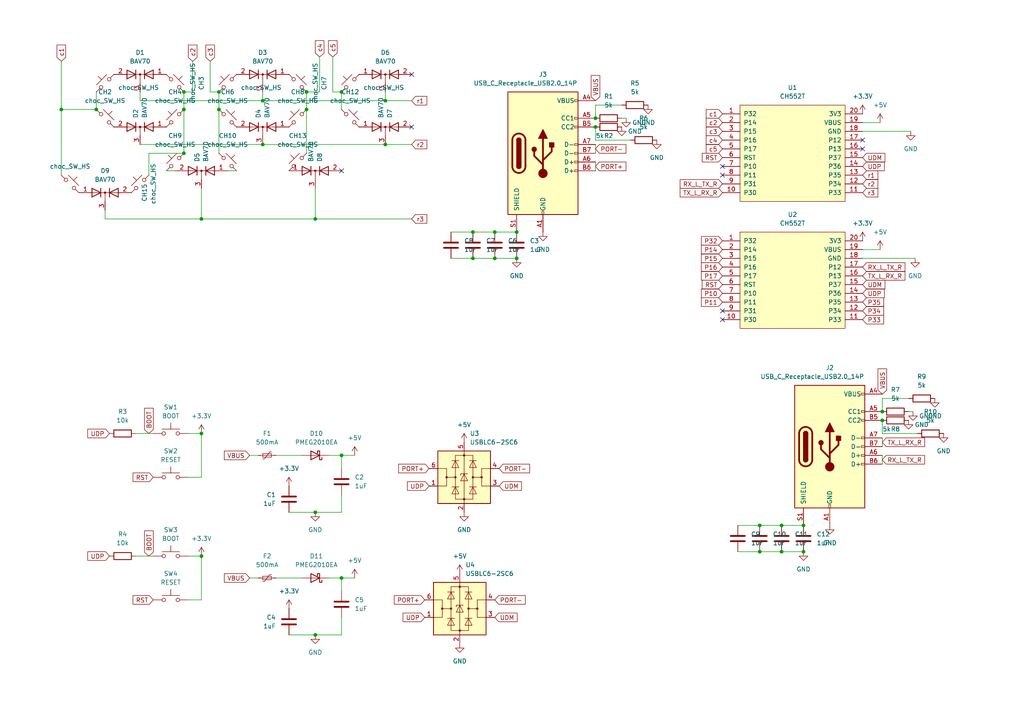
<source format=kicad_sch>
(kicad_sch (version 20230121) (generator eeschema)
  (paper "A4")
  (lib_symbols
    (symbol "Connector:USB_C_Receptacle_USB2.0_14P" (pin_names (offset 1.016))
      (property "Reference" "J" (at 0 22.225 0))
      (property "Value" "USB_C_Receptacle_USB2.0_14P" (at 0 19.685 0))
      (symbol "USB_C_Receptacle_USB2.0_14P_0_0"
        (rectangle (start -0.254 -17.78) (end 0.254 -16.764))
        (rectangle (start 10.16 -4.826) (end 9.144 -5.334))
        (rectangle (start 10.16 -2.286) (end 9.144 -2.794))
        (rectangle (start 10.16 0.254) (end 9.144 -0.254))
        (rectangle (start 10.16 2.794) (end 9.144 2.286))
        (rectangle (start 10.16 7.874) (end 9.144 7.366))
        (rectangle (start 10.16 10.414) (end 9.144 9.906))
        (rectangle (start 10.16 15.494) (end 9.144 14.986))
      )
      (symbol "USB_C_Receptacle_USB2.0_14P_0_1"
        (rectangle (start -10.16 17.78) (end 10.16 -17.78) (stroke (width 0.254)) (fill (type background)))
        (arc (start -8.89 -3.81) (mid -6.985 -5.7067) (end -5.08 -3.81) (stroke (width 0.508)))
        (arc (start -7.62 -3.81) (mid -6.985 -4.4423) (end -6.35 -3.81) (stroke (width 0.254)))
        (arc (start -7.62 -3.81) (mid -6.985 -4.4423) (end -6.35 -3.81) (stroke (width 0.254)) (fill (type outline)))
        (rectangle (start -7.62 -3.81) (end -6.35 3.81) (stroke (width 0.254)) (fill (type outline)))
        (arc (start -6.35 3.81) (mid -6.985 4.4423) (end -7.62 3.81) (stroke (width 0.254)))
        (arc (start -6.35 3.81) (mid -6.985 4.4423) (end -7.62 3.81) (stroke (width 0.254)) (fill (type outline)))
        (arc (start -5.08 3.81) (mid -6.985 5.7067) (end -8.89 3.81) (stroke (width 0.508)))
        (circle (center -2.54 1.143) (radius 0.635) (stroke (width 0.254)) (fill (type outline)))
        (circle (center 0 -5.842) (radius 1.27) (fill (type outline)))
        (polyline (pts (xy -8.89 -3.81) (xy -8.89 3.81)) (stroke (width 0.508)))
        (polyline (pts (xy -5.08 3.81) (xy -5.08 -3.81)) (stroke (width 0.508)))
        (polyline (pts (xy 0 -5.842) (xy 0 4.318)) (stroke (width 0.508)))
        (polyline (pts (xy 0 -3.302) (xy -2.54 -0.762) (xy -2.54 0.508)) (stroke (width 0.508)))
        (polyline (pts (xy 0 -2.032) (xy 2.54 0.508) (xy 2.54 1.778)) (stroke (width 0.508)))
        (polyline (pts (xy -1.27 4.318) (xy 0 6.858) (xy 1.27 4.318) (xy -1.27 4.318)) (stroke (width 0.254)) (fill (type outline)))
        (rectangle (start 1.905 1.778) (end 3.175 3.048) (stroke (width 0.254)) (fill (type outline)))
      )
      (symbol "USB_C_Receptacle_USB2.0_14P_1_1"
        (pin passive line (at 0 -22.86 90) (length 5.08) (name "GND") (number "A1"))
        (pin passive line (at 0 -22.86 90) (length 5.08) hide (name "GND") (number "A12"))
        (pin passive line (at 15.24 15.24 180) (length 5.08) (name "VBUS") (number "A4"))
        (pin bidirectional line (at 15.24 10.16 180) (length 5.08) (name "CC1") (number "A5"))
        (pin bidirectional line (at 15.24 -2.54 180) (length 5.08) (name "D+") (number "A6"))
        (pin bidirectional line (at 15.24 2.54 180) (length 5.08) (name "D-") (number "A7"))
        (pin passive line (at 15.24 15.24 180) (length 5.08) hide (name "VBUS") (number "A9"))
        (pin passive line (at 0 -22.86 90) (length 5.08) hide (name "GND") (number "B1"))
        (pin passive line (at 0 -22.86 90) (length 5.08) hide (name "GND") (number "B12"))
        (pin passive line (at 15.24 15.24 180) (length 5.08) hide (name "VBUS") (number "B4"))
        (pin bidirectional line (at 15.24 7.62 180) (length 5.08) (name "CC2") (number "B5"))
        (pin bidirectional line (at 15.24 -5.08 180) (length 5.08) (name "D+") (number "B6"))
        (pin bidirectional line (at 15.24 0 180) (length 5.08) (name "D-") (number "B7"))
        (pin passive line (at 15.24 15.24 180) (length 5.08) hide (name "VBUS") (number "B9"))
        (pin passive line (at -7.62 -22.86 90) (length 5.08) (name "SHIELD") (number "S1"))
      )
    )
    (symbol "Device:C" (pin_numbers hide) (pin_names (offset 0.254))
      (property "Reference" "C" (at 0.635 2.54 0))
      (property "Value" "C" (at 0.635 -2.54 0))
      (symbol "C_0_1"
        (polyline (pts (xy -2.032 -0.762) (xy 2.032 -0.762)) (stroke (width 0.508)))
        (polyline (pts (xy -2.032 0.762) (xy 2.032 0.762)) (stroke (width 0.508)))
      )
      (symbol "C_1_1"
        (pin passive line (at 0 3.81 270) (length 2.794) (name "~") (number "1"))
        (pin passive line (at 0 -3.81 90) (length 2.794) (name "~") (number "2"))
      )
    )
    (symbol "Device:D_Schottky" (pin_numbers hide) (pin_names (offset 1.016) hide)
      (property "Reference" "D" (at 0 2.54 0))
      (property "Value" "D_Schottky" (at 0 -2.54 0))
      (symbol "D_Schottky_0_1"
        (polyline (pts (xy 1.27 0) (xy -1.27 0)))
        (polyline (pts (xy 1.27 1.27) (xy 1.27 -1.27) (xy -1.27 0) (xy 1.27 1.27)) (stroke (width 0.254)))
        (polyline (pts (xy -1.905 0.635) (xy -1.905 1.27) (xy -1.27 1.27) (xy -1.27 -1.27) (xy -0.635 -1.27) (xy -0.635 -0.635)) (stroke (width 0.254)))
      )
      (symbol "D_Schottky_1_1"
        (pin passive line (at -3.81 0 0) (length 2.54) (name "K") (number "1"))
        (pin passive line (at 3.81 0 180) (length 2.54) (name "A") (number "2"))
      )
    )
    (symbol "Device:Polyfuse_Small" (pin_numbers hide) (pin_names (offset 0))
      (property "Reference" "F" (at -1.905 0 90))
      (property "Value" "Polyfuse_Small" (at 1.905 0 90))
      (symbol "Polyfuse_Small_0_1"
        (rectangle (start -0.508 1.27) (end 0.508 -1.27))
        (polyline (pts (xy 0 2.54) (xy 0 -2.54)))
        (polyline (pts (xy -1.016 1.27) (xy -1.016 0.762) (xy 1.016 -0.762) (xy 1.016 -1.27)))
      )
      (symbol "Polyfuse_Small_1_1"
        (pin passive line (at 0 2.54 270) (length 0.635) (name "~") (number "1"))
        (pin passive line (at 0 -2.54 90) (length 0.635) (name "~") (number "2"))
      )
    )
    (symbol "Device:R" (pin_numbers hide) (pin_names (offset 0))
      (property "Reference" "R" (at 2.032 0 90))
      (property "Value" "R" (at 0 0 90))
      (symbol "R_0_1"
        (rectangle (start -1.016 -2.54) (end 1.016 2.54) (stroke (width 0.254)))
      )
      (symbol "R_1_1"
        (pin passive line (at 0 3.81 270) (length 1.27) (name "~") (number "1"))
        (pin passive line (at 0 -3.81 90) (length 1.27) (name "~") (number "2"))
      )
    )
    (symbol "Diode:BAV70" (pin_names hide)
      (property "Reference" "D" (at 0.635 -2.54 0))
      (property "Value" "BAV70" (at 0 2.54 0))
      (symbol "BAV70_0_1"
        (polyline (pts (xy -3.81 0) (xy 3.81 0)))
        (polyline (pts (xy 0 0) (xy 0 -2.54)))
        (polyline (pts (xy -1.27 -1.27) (xy -1.27 1.27) (xy -1.27 1.27)) (stroke (width 0.254)))
        (polyline (pts (xy 1.27 -1.27) (xy 1.27 1.27) (xy 1.27 1.27)) (stroke (width 0.254)))
        (polyline (pts (xy -3.81 1.27) (xy -1.27 0) (xy -3.81 -1.27) (xy -3.81 1.27) (xy -3.81 1.27) (xy -3.81 1.27)) (stroke (width 0.254)))
        (polyline (pts (xy 3.81 -1.27) (xy 1.27 0) (xy 3.81 1.27) (xy 3.81 -1.27) (xy 3.81 -1.27) (xy 3.81 -1.27)) (stroke (width 0.254)))
        (circle (center 0 0) (radius 0.254) (fill (type outline)))
        (pin passive line (at -7.62 0 0) (length 3.81) (name "A") (number "1"))
        (pin passive line (at 7.62 0 180) (length 3.81) (name "A") (number "2"))
        (pin passive line (at 0 -5.08 90) (length 2.54) (name "K") (number "3"))
      )
    )
    (symbol "PCM_marbastlib-choc:choc_SW_HS" (pin_numbers hide) (pin_names (offset 1.016) hide)
      (property "Reference" "CH" (at 3.048 1.016 0))
      (property "Value" "choc_SW_HS" (at 0 -3.81 0))
      (symbol "choc_SW_HS_0_1"
        (circle (center -1.1684 1.1684) (radius 0.508))
        (polyline (pts (xy -0.508 2.54) (xy 2.54 -0.508)))
        (polyline (pts (xy 1.016 1.016) (xy 2.032 2.032)))
        (polyline (pts (xy -2.54 2.54) (xy -1.524 1.524) (xy -1.524 1.524)))
        (polyline (pts (xy 1.524 -1.524) (xy 2.54 -2.54) (xy 2.54 -2.54) (xy 2.54 -2.54)))
        (circle (center 1.143 -1.1938) (radius 0.508))
        (pin passive line (at -2.54 2.54 0) (length 0) (name "1") (number "1"))
        (pin passive line (at 2.54 -2.54 180) (length 0) (name "2") (number "2"))
      )
    )
    (symbol "Power_Protection:USBLC6-2SC6" (pin_names hide)
      (property "Reference" "U" (at 2.54 8.89 0))
      (property "Value" "USBLC6-2SC6" (at 2.54 -8.89 0))
      (symbol "USBLC6-2SC6_0_1"
        (rectangle (start -7.62 -7.62) (end 7.62 7.62) (stroke (width 0.254)) (fill (type background)))
        (circle (center -5.08 0) (radius 0.254) (fill (type outline)))
        (circle (center -2.54 0) (radius 0.254) (fill (type outline)))
        (rectangle (start -2.54 6.35) (end 2.54 -6.35))
        (circle (center 0 -6.35) (radius 0.254) (fill (type outline)))
        (polyline (pts (xy -5.08 -2.54) (xy -7.62 -2.54)))
        (polyline (pts (xy -5.08 0) (xy -5.08 -2.54)))
        (polyline (pts (xy -5.08 2.54) (xy -7.62 2.54)))
        (polyline (pts (xy -1.524 -2.794) (xy -3.556 -2.794)))
        (polyline (pts (xy -1.524 4.826) (xy -3.556 4.826)))
        (polyline (pts (xy 0 -7.62) (xy 0 -6.35)))
        (polyline (pts (xy 0 -6.35) (xy 0 1.27)))
        (polyline (pts (xy 0 1.27) (xy 0 6.35)))
        (polyline (pts (xy 0 6.35) (xy 0 7.62)))
        (polyline (pts (xy 1.524 -2.794) (xy 3.556 -2.794)))
        (polyline (pts (xy 1.524 4.826) (xy 3.556 4.826)))
        (polyline (pts (xy 5.08 -2.54) (xy 7.62 -2.54)))
        (polyline (pts (xy 5.08 0) (xy 5.08 -2.54)))
        (polyline (pts (xy 5.08 2.54) (xy 7.62 2.54)))
        (polyline (pts (xy -2.54 0) (xy -5.08 0) (xy -5.08 2.54)))
        (polyline (pts (xy 2.54 0) (xy 5.08 0) (xy 5.08 2.54)))
        (polyline (pts (xy -3.556 -4.826) (xy -1.524 -4.826) (xy -2.54 -2.794) (xy -3.556 -4.826)))
        (polyline (pts (xy -3.556 2.794) (xy -1.524 2.794) (xy -2.54 4.826) (xy -3.556 2.794)))
        (polyline (pts (xy -1.016 -1.016) (xy 1.016 -1.016) (xy 0 1.016) (xy -1.016 -1.016)))
        (polyline (pts (xy 1.016 1.016) (xy 0.762 1.016) (xy -1.016 1.016) (xy -1.016 0.508)))
        (polyline (pts (xy 3.556 -4.826) (xy 1.524 -4.826) (xy 2.54 -2.794) (xy 3.556 -4.826)))
        (polyline (pts (xy 3.556 2.794) (xy 1.524 2.794) (xy 2.54 4.826) (xy 3.556 2.794)))
        (circle (center 0 6.35) (radius 0.254) (fill (type outline)))
        (circle (center 2.54 0) (radius 0.254) (fill (type outline)))
        (circle (center 5.08 0) (radius 0.254) (fill (type outline)))
      )
      (symbol "USBLC6-2SC6_1_1"
        (pin passive line (at -10.16 -2.54 0) (length 2.54) (name "I/O1") (number "1"))
        (pin passive line (at 0 -10.16 90) (length 2.54) (name "GND") (number "2"))
        (pin passive line (at 10.16 -2.54 180) (length 2.54) (name "I/O2") (number "3"))
        (pin passive line (at 10.16 2.54 180) (length 2.54) (name "I/O2") (number "4"))
        (pin passive line (at 0 10.16 270) (length 2.54) (name "VBUS") (number "5"))
        (pin passive line (at -10.16 2.54 0) (length 2.54) (name "I/O1") (number "6"))
      )
    )
    (symbol "ProjectLocal:CH552T" (pin_names (offset 1.016))
      (property "Reference" "U" (at -12.7 27.94 0))
      (property "Value" "CH552T" (at 0 12.7 90))
      (symbol "CH552T_0_1"
        (rectangle (start -15.24 25.4) (end 15.24 -2.54) (fill (type background)))
      )
      (symbol "CH552T_1_1"
        (pin bidirectional line (at -20.32 22.86 0) (length 5.08) (name "P32") (number "1"))
        (pin bidirectional line (at -20.32 0 0) (length 5.08) (name "P30") (number "10"))
        (pin bidirectional line (at 20.32 0 180) (length 5.08) (name "P33") (number "11"))
        (pin bidirectional line (at 20.32 2.54 180) (length 5.08) (name "P34") (number "12"))
        (pin bidirectional line (at 20.32 5.08 180) (length 5.08) (name "P35") (number "13"))
        (pin bidirectional line (at 20.32 7.62 180) (length 5.08) (name "P36") (number "14"))
        (pin bidirectional line (at 20.32 10.16 180) (length 5.08) (name "P37") (number "15"))
        (pin bidirectional line (at 20.32 12.7 180) (length 5.08) (name "P13") (number "16"))
        (pin bidirectional line (at 20.32 15.24 180) (length 5.08) (name "P12") (number "17"))
        (pin power_out line (at 20.32 17.78 180) (length 5.08) (name "GND") (number "18"))
        (pin power_out line (at 20.32 20.32 180) (length 5.08) (name "VBUS") (number "19"))
        (pin bidirectional line (at -20.32 20.32 0) (length 5.08) (name "P14") (number "2"))
        (pin power_out line (at 20.32 22.86 180) (length 5.08) (name "3V3") (number "20"))
        (pin bidirectional line (at -20.32 17.78 0) (length 5.08) (name "P15") (number "3"))
        (pin bidirectional line (at -20.32 15.24 0) (length 5.08) (name "P16") (number "4"))
        (pin bidirectional line (at -20.32 12.7 0) (length 5.08) (name "P17") (number "5"))
        (pin bidirectional line (at -20.32 10.16 0) (length 5.08) (name "RST") (number "6"))
        (pin bidirectional line (at -20.32 7.62 0) (length 5.08) (name "P10") (number "7"))
        (pin bidirectional line (at -20.32 5.08 0) (length 5.08) (name "P11") (number "8"))
        (pin bidirectional line (at -20.32 2.54 0) (length 5.08) (name "P31") (number "9"))
      )
    )
    (symbol "Switch:SW_Push" (pin_numbers hide) (pin_names (offset 1.016) hide)
      (property "Reference" "SW" (at 1.27 2.54 0))
      (property "Value" "SW_Push" (at 0 -1.524 0))
      (symbol "SW_Push_0_1"
        (circle (center -2.032 0) (radius 0.508))
        (polyline (pts (xy 0 1.27) (xy 0 3.048)))
        (polyline (pts (xy 2.54 1.27) (xy -2.54 1.27)))
        (circle (center 2.032 0) (radius 0.508))
        (pin passive line (at -5.08 0 0) (length 2.54) (name "1") (number "1"))
        (pin passive line (at 5.08 0 180) (length 2.54) (name "2") (number "2"))
      )
    )
    (symbol "power:+3.3V" (power) (pin_names (offset 0))
      (property "Value" "+3.3V" (at 0 3.556 0))
      (symbol "+3.3V_0_1"
        (polyline (pts (xy -0.762 1.27) (xy 0 2.54)))
        (polyline (pts (xy 0 0) (xy 0 2.54)))
        (polyline (pts (xy 0 2.54) (xy 0.762 1.27)))
      )
      (symbol "+3.3V_1_1"
        (pin power_in line (at 0 0 90) (length 0) hide (name "+3.3V") (number "1"))
      )
    )
    (symbol "power:+5V" (power) (pin_names (offset 0))
      (property "Value" "+5V" (at 0 3.556 0))
      (symbol "+5V_0_1"
        (polyline (pts (xy -0.762 1.27) (xy 0 2.54)))
        (polyline (pts (xy 0 0) (xy 0 2.54)))
        (polyline (pts (xy 0 2.54) (xy 0.762 1.27)))
      )
      (symbol "+5V_1_1"
        (pin power_in line (at 0 0 90) (length 0) hide (name "+5V") (number "1"))
      )
    )
    (symbol "power:GND" (power) (pin_names (offset 0))
      (property "Value" "GND" (at 0 -3.81 0))
      (symbol "GND_0_1"
        (polyline (pts (xy 0 0) (xy 0 -1.27) (xy 1.27 -1.27) (xy 0 -2.54) (xy -1.27 -1.27) (xy 0 -1.27)))
      )
      (symbol "GND_1_1"
        (pin power_in line (at 0 0 270) (length 0) hide (name "GND") (number "1"))
      )
    )
  )
  (junction (at 137.16 74.93))
  (junction (at 53.34 44.45))
  (junction (at 233.045 152.4))
  (junction (at 99.06 26.67))
  (junction (at 143.51 67.31))
  (junction (at 111.76 41.91))
  (junction (at 111.76 29.21))
  (junction (at 99.06 167.64))
  (junction (at 58.42 125.73))
  (junction (at 27.94 31.75))
  (junction (at 88.9 26.67))
  (junction (at 17.78 31.75))
  (junction (at 76.2 41.91))
  (junction (at 53.34 26.67))
  (junction (at 255.905 119.38))
  (junction (at 53.34 31.75))
  (junction (at 233.045 160.02))
  (junction (at 137.16 67.31))
  (junction (at 63.5 31.75))
  (junction (at 143.51 74.93))
  (junction (at 226.695 152.4))
  (junction (at 88.9 31.75))
  (junction (at 220.345 152.4))
  (junction (at 220.345 160.02))
  (junction (at 149.86 67.31))
  (junction (at 149.86 74.93))
  (junction (at 91.44 148.59))
  (junction (at 91.44 184.15))
  (junction (at 172.72 34.29))
  (junction (at 172.72 36.83))
  (junction (at 226.695 160.02))
  (junction (at 76.2 29.21))
  (junction (at 255.905 121.92))
  (junction (at 58.42 161.29))
  (junction (at 63.5 26.67))
  (junction (at 91.44 63.5))
  (junction (at 58.42 63.5))
  (junction (at 99.06 132.08))
  (no_connect (at 119.38 21.59))
  (no_connect (at 250.19 43.18))
  (no_connect (at 99.06 49.53))
  (no_connect (at 209.55 48.26))
  (no_connect (at 250.19 40.64))
  (no_connect (at 119.38 36.83))
  (no_connect (at 209.55 90.17))
  (no_connect (at 209.55 50.8))
  (no_connect (at 209.55 92.71))
  (wire (pts (xy 76.2 29.21) (xy 111.76 29.21)))
  (wire (pts (xy 53.34 26.67) (xy 53.34 31.75)))
  (wire (pts (xy 88.9 31.75) (xy 88.9 44.45)))
  (wire (pts (xy 55.88 17.78) (xy 55.88 26.67)))
  (wire (pts (xy 76.2 41.91) (xy 111.76 41.91)))
  (wire (pts (xy 48.26 49.53) (xy 50.8 49.53)))
  (wire (pts (xy 95.25 167.64) (xy 99.06 167.64)))
  (wire (pts (xy 30.48 63.5) (xy 58.42 63.5)))
  (wire (pts (xy 172.72 30.48) (xy 180.34 30.48)))
  (wire (pts (xy 40.64 26.67) (xy 40.64 29.21)))
  (wire (pts (xy 172.72 40.64) (xy 182.88 40.64)))
  (wire (pts (xy 213.995 160.02) (xy 220.345 160.02)))
  (wire (pts (xy 255.905 125.73) (xy 266.065 125.73)))
  (wire (pts (xy 99.06 148.59) (xy 99.06 143.51)))
  (wire (pts (xy 66.04 49.53) (xy 68.58 49.53)))
  (wire (pts (xy 72.39 132.08) (xy 74.93 132.08)))
  (wire (pts (xy 137.16 67.31) (xy 143.51 67.31)))
  (wire (pts (xy 39.37 161.29) (xy 44.45 161.29)))
  (wire (pts (xy 58.42 63.5) (xy 58.42 54.61)))
  (wire (pts (xy 80.01 132.08) (xy 87.63 132.08)))
  (wire (pts (xy 53.34 44.45) (xy 43.18 44.45)))
  (wire (pts (xy 17.78 17.78) (xy 17.78 31.75)))
  (wire (pts (xy 137.16 74.93) (xy 143.51 74.93)))
  (wire (pts (xy 255.905 127) (xy 255.905 129.54)))
  (wire (pts (xy 60.96 17.78) (xy 60.96 26.67)))
  (wire (pts (xy 54.61 173.99) (xy 58.42 173.99)))
  (wire (pts (xy 54.61 138.43) (xy 58.42 138.43)))
  (wire (pts (xy 255.905 115.57) (xy 263.525 115.57)))
  (wire (pts (xy 92.71 16.51) (xy 92.71 26.67)))
  (wire (pts (xy 92.71 26.67) (xy 88.9 26.67)))
  (wire (pts (xy 91.44 63.5) (xy 119.38 63.5)))
  (wire (pts (xy 250.19 72.39) (xy 255.27 72.39)))
  (wire (pts (xy 255.905 121.92) (xy 255.905 125.73)))
  (wire (pts (xy 220.345 160.02) (xy 226.695 160.02)))
  (wire (pts (xy 91.44 148.59) (xy 99.06 148.59)))
  (wire (pts (xy 99.06 26.67) (xy 99.06 31.75)))
  (wire (pts (xy 220.345 152.4) (xy 226.695 152.4)))
  (wire (pts (xy 172.72 41.91) (xy 172.72 44.45)))
  (wire (pts (xy 172.72 46.99) (xy 172.72 49.53)))
  (wire (pts (xy 172.72 30.48) (xy 172.72 34.29)))
  (wire (pts (xy 55.88 26.67) (xy 53.34 26.67)))
  (wire (pts (xy 96.52 16.51) (xy 96.52 26.67)))
  (wire (pts (xy 263.525 119.38) (xy 264.795 119.38)))
  (wire (pts (xy 40.64 29.21) (xy 76.2 29.21)))
  (wire (pts (xy 99.06 132.08) (xy 102.87 132.08)))
  (wire (pts (xy 27.94 26.67) (xy 27.94 31.75)))
  (wire (pts (xy 39.37 125.73) (xy 44.45 125.73)))
  (wire (pts (xy 17.78 31.75) (xy 17.78 50.8)))
  (wire (pts (xy 83.82 148.59) (xy 91.44 148.59)))
  (wire (pts (xy 250.19 74.93) (xy 265.43 74.93)))
  (wire (pts (xy 88.9 26.67) (xy 88.9 31.75)))
  (wire (pts (xy 255.905 132.08) (xy 255.905 134.62)))
  (wire (pts (xy 80.01 167.64) (xy 87.63 167.64)))
  (wire (pts (xy 99.06 167.64) (xy 99.06 171.45)))
  (wire (pts (xy 111.76 29.21) (xy 111.76 26.67)))
  (wire (pts (xy 76.2 26.67) (xy 76.2 29.21)))
  (wire (pts (xy 83.82 184.15) (xy 91.44 184.15)))
  (wire (pts (xy 54.61 125.73) (xy 58.42 125.73)))
  (wire (pts (xy 58.42 63.5) (xy 91.44 63.5)))
  (wire (pts (xy 226.695 160.02) (xy 233.045 160.02)))
  (wire (pts (xy 143.51 74.93) (xy 149.86 74.93)))
  (wire (pts (xy 180.34 34.29) (xy 181.61 34.29)))
  (wire (pts (xy 226.695 152.4) (xy 233.045 152.4)))
  (wire (pts (xy 111.76 41.91) (xy 119.38 41.91)))
  (wire (pts (xy 91.44 54.61) (xy 91.44 63.5)))
  (wire (pts (xy 30.48 60.96) (xy 30.48 63.5)))
  (wire (pts (xy 250.19 35.56) (xy 255.27 35.56)))
  (wire (pts (xy 58.42 161.29) (xy 58.42 173.99)))
  (wire (pts (xy 91.44 184.15) (xy 99.06 184.15)))
  (wire (pts (xy 63.5 31.75) (xy 63.5 44.45)))
  (wire (pts (xy 143.51 67.31) (xy 149.86 67.31)))
  (wire (pts (xy 40.64 41.91) (xy 76.2 41.91)))
  (wire (pts (xy 60.96 26.67) (xy 63.5 26.67)))
  (wire (pts (xy 72.39 167.64) (xy 74.93 167.64)))
  (wire (pts (xy 250.19 38.1) (xy 264.16 38.1)))
  (wire (pts (xy 213.995 152.4) (xy 220.345 152.4)))
  (wire (pts (xy 130.81 74.93) (xy 137.16 74.93)))
  (wire (pts (xy 54.61 161.29) (xy 58.42 161.29)))
  (wire (pts (xy 99.06 132.08) (xy 99.06 135.89)))
  (wire (pts (xy 53.34 31.75) (xy 53.34 44.45)))
  (wire (pts (xy 99.06 167.64) (xy 102.87 167.64)))
  (wire (pts (xy 95.25 132.08) (xy 99.06 132.08)))
  (wire (pts (xy 43.18 44.45) (xy 43.18 50.8)))
  (wire (pts (xy 111.76 29.21) (xy 119.38 29.21)))
  (wire (pts (xy 255.905 115.57) (xy 255.905 119.38)))
  (wire (pts (xy 58.42 125.73) (xy 58.42 138.43)))
  (wire (pts (xy 63.5 26.67) (xy 63.5 31.75)))
  (wire (pts (xy 172.72 36.83) (xy 172.72 40.64)))
  (wire (pts (xy 17.78 31.75) (xy 27.94 31.75)))
  (wire (pts (xy 96.52 26.67) (xy 99.06 26.67)))
  (wire (pts (xy 99.06 184.15) (xy 99.06 179.07)))
  (wire (pts (xy 130.81 67.31) (xy 137.16 67.31)))
  (global_label "BOOT" (shape input) (at 43.18 161.29 90) (property "Intersheetrefs" "${INTERSHEET_REFS}" (effects hide)))
  (global_label "TX_L_RX_R" (shape input) (at 250.19 80.01 0) (property "Intersheetrefs" "${INTERSHEET_REFS}" (effects hide)))
  (global_label "PORT+" (shape input) (at 123.19 173.99 180) (property "Intersheetrefs" "${INTERSHEET_REFS}" (effects hide)))
  (global_label "VBUS" (shape input) (at 255.905 114.3 90) (property "Intersheetrefs" "${INTERSHEET_REFS}" (effects hide)))
  (global_label "VBUS" (shape input) (at 72.39 167.64 180) (property "Intersheetrefs" "${INTERSHEET_REFS}" (effects hide)))
  (global_label "UDP" (shape input) (at 250.19 85.09 0) (property "Intersheetrefs" "${INTERSHEET_REFS}" (effects hide)))
  (global_label "r1" (shape input) (at 119.38 29.21 0) (property "Intersheetrefs" "${INTERSHEET_REFS}" (effects hide)))
  (global_label "RX_L_TX_R" (shape input) (at 250.19 77.47 0) (property "Intersheetrefs" "${INTERSHEET_REFS}" (effects hide)))
  (global_label "PORT+" (shape input) (at 172.72 48.26 0) (property "Intersheetrefs" "${INTERSHEET_REFS}" (effects hide)))
  (global_label "P32" (shape input) (at 209.55 69.85 180) (property "Intersheetrefs" "${INTERSHEET_REFS}" (effects hide)))
  (global_label "VBUS" (shape input) (at 72.39 132.08 180) (property "Intersheetrefs" "${INTERSHEET_REFS}" (effects hide)))
  (global_label "P34" (shape input) (at 250.19 90.17 0) (property "Intersheetrefs" "${INTERSHEET_REFS}" (effects hide)))
  (global_label "UDP" (shape input) (at 31.75 161.29 180) (property "Intersheetrefs" "${INTERSHEET_REFS}" (effects hide)))
  (global_label "r3" (shape input) (at 250.19 55.88 0) (property "Intersheetrefs" "${INTERSHEET_REFS}" (effects hide)))
  (global_label "UDM" (shape input) (at 250.19 82.55 0) (property "Intersheetrefs" "${INTERSHEET_REFS}" (effects hide)))
  (global_label "c3" (shape input) (at 60.96 17.78 90) (property "Intersheetrefs" "${INTERSHEET_REFS}" (effects hide)))
  (global_label "PORT+" (shape input) (at 124.46 135.89 180) (property "Intersheetrefs" "${INTERSHEET_REFS}" (effects hide)))
  (global_label "r3" (shape input) (at 119.38 63.5 0) (property "Intersheetrefs" "${INTERSHEET_REFS}" (effects hide)))
  (global_label "UDP" (shape input) (at 250.19 48.26 0) (property "Intersheetrefs" "${INTERSHEET_REFS}" (effects hide)))
  (global_label "UDM" (shape input) (at 144.78 140.97 0) (property "Intersheetrefs" "${INTERSHEET_REFS}" (effects hide)))
  (global_label "c1" (shape input) (at 209.55 33.02 180) (property "Intersheetrefs" "${INTERSHEET_REFS}" (effects hide)))
  (global_label "RST" (shape input) (at 44.45 138.43 180) (property "Intersheetrefs" "${INTERSHEET_REFS}" (effects hide)))
  (global_label "r2" (shape input) (at 250.19 53.34 0) (property "Intersheetrefs" "${INTERSHEET_REFS}" (effects hide)))
  (global_label "c3" (shape input) (at 209.55 38.1 180) (property "Intersheetrefs" "${INTERSHEET_REFS}" (effects hide)))
  (global_label "P14" (shape input) (at 209.55 72.39 180) (property "Intersheetrefs" "${INTERSHEET_REFS}" (effects hide)))
  (global_label "UDP" (shape input) (at 123.19 179.07 180) (property "Intersheetrefs" "${INTERSHEET_REFS}" (effects hide)))
  (global_label "r2" (shape input) (at 119.38 41.91 0) (property "Intersheetrefs" "${INTERSHEET_REFS}" (effects hide)))
  (global_label "UDM" (shape input) (at 143.51 179.07 0) (property "Intersheetrefs" "${INTERSHEET_REFS}" (effects hide)))
  (global_label "P16" (shape input) (at 209.55 77.47 180) (property "Intersheetrefs" "${INTERSHEET_REFS}" (effects hide)))
  (global_label "PORT-" (shape input) (at 172.72 43.18 0) (property "Intersheetrefs" "${INTERSHEET_REFS}" (effects hide)))
  (global_label "VBUS" (shape input) (at 172.72 29.21 90) (property "Intersheetrefs" "${INTERSHEET_REFS}" (effects hide)))
  (global_label "RX_L_TX_R" (shape input) (at 209.55 53.34 180) (property "Intersheetrefs" "${INTERSHEET_REFS}" (effects hide)))
  (global_label "RST" (shape input) (at 209.55 45.72 180) (property "Intersheetrefs" "${INTERSHEET_REFS}" (effects hide)))
  (global_label "UDP" (shape input) (at 31.75 125.73 180) (property "Intersheetrefs" "${INTERSHEET_REFS}" (effects hide)))
  (global_label "c2" (shape input) (at 55.88 17.78 90) (property "Intersheetrefs" "${INTERSHEET_REFS}" (effects hide)))
  (global_label "PORT-" (shape input) (at 143.51 173.99 0) (property "Intersheetrefs" "${INTERSHEET_REFS}" (effects hide)))
  (global_label "c1" (shape input) (at 17.78 17.78 90) (property "Intersheetrefs" "${INTERSHEET_REFS}" (effects hide)))
  (global_label "TX_L_RX_R" (shape input) (at 255.905 128.27 0) (property "Intersheetrefs" "${INTERSHEET_REFS}" (effects hide)))
  (global_label "PORT-" (shape input) (at 144.78 135.89 0) (property "Intersheetrefs" "${INTERSHEET_REFS}" (effects hide)))
  (global_label "P17" (shape input) (at 209.55 80.01 180) (property "Intersheetrefs" "${INTERSHEET_REFS}" (effects hide)))
  (global_label "UDM" (shape input) (at 250.19 45.72 0) (property "Intersheetrefs" "${INTERSHEET_REFS}" (effects hide)))
  (global_label "c5" (shape input) (at 209.55 43.18 180) (property "Intersheetrefs" "${INTERSHEET_REFS}" (effects hide)))
  (global_label "P15" (shape input) (at 209.55 74.93 180) (property "Intersheetrefs" "${INTERSHEET_REFS}" (effects hide)))
  (global_label "RX_L_TX_R" (shape input) (at 255.905 133.35 0) (property "Intersheetrefs" "${INTERSHEET_REFS}" (effects hide)))
  (global_label "RST" (shape input) (at 209.55 82.55 180) (property "Intersheetrefs" "${INTERSHEET_REFS}" (effects hide)))
  (global_label "P33" (shape input) (at 250.19 92.71 0) (property "Intersheetrefs" "${INTERSHEET_REFS}" (effects hide)))
  (global_label "TX_L_RX_R" (shape input) (at 209.55 55.88 180) (property "Intersheetrefs" "${INTERSHEET_REFS}" (effects hide)))
  (global_label "BOOT" (shape input) (at 43.18 125.73 90) (property "Intersheetrefs" "${INTERSHEET_REFS}" (effects hide)))
  (global_label "c5" (shape input) (at 96.52 16.51 90) (property "Intersheetrefs" "${INTERSHEET_REFS}" (effects hide)))
  (global_label "P11" (shape input) (at 209.55 87.63 180) (property "Intersheetrefs" "${INTERSHEET_REFS}" (effects hide)))
  (global_label "c4" (shape input) (at 209.55 40.64 180) (property "Intersheetrefs" "${INTERSHEET_REFS}" (effects hide)))
  (global_label "UDP" (shape input) (at 124.46 140.97 180) (property "Intersheetrefs" "${INTERSHEET_REFS}" (effects hide)))
  (global_label "c4" (shape input) (at 92.71 16.51 90) (property "Intersheetrefs" "${INTERSHEET_REFS}" (effects hide)))
  (global_label "P35" (shape input) (at 250.19 87.63 0) (property "Intersheetrefs" "${INTERSHEET_REFS}" (effects hide)))
  (global_label "RST" (shape input) (at 44.45 173.99 180) (property "Intersheetrefs" "${INTERSHEET_REFS}" (effects hide)))
  (global_label "P10" (shape input) (at 209.55 85.09 180) (property "Intersheetrefs" "${INTERSHEET_REFS}" (effects hide)))
  (global_label "r1" (shape input) (at 250.19 50.8 0) (property "Intersheetrefs" "${INTERSHEET_REFS}" (effects hide)))
  (global_label "c2" (shape input) (at 209.55 35.56 180) (property "Intersheetrefs" "${INTERSHEET_REFS}" (effects hide)))
  (symbol (lib_id "Device:C") (at 233.045 156.21 0) (unit 1)
    (property "Reference" "C12" (at 236.855 154.94 0) (effects (justify left)))
    (property "Value" "1uF" (at 236.855 157.48 0) (effects (justify left)))
    (property "Footprint" "Capacitor_SMD:C_0603_1608Metric_Pad1.08x0.95mm_HandSolder" (effects hide))
  )
  (symbol (lib_id "power:GND") (at 233.045 160.02 0) (mirror y) (unit 1)
    (property "Reference" "#PWR030" (effects hide))
    (property "Value" "GND" (at 233.045 165.1 0))
  )
  (symbol (lib_id "Device:C") (at 137.16 71.12 0) (unit 1)
    (property "Reference" "C7" (at 140.97 69.85 0) (effects (justify left)))
    (property "Value" "1uF" (at 140.97 72.39 0) (effects (justify left)))
    (property "Footprint" "Capacitor_SMD:C_0603_1608Metric_Pad1.08x0.95mm_HandSolder" (effects hide))
  )
  (symbol (lib_id "PCM_marbastlib-choc:choc_SW_HS") (at 30.48 24.13 90) (unit 1)
    (property "Reference" "CH1" (effects hide))
    (property "Value" "choc_SW_HS" (at 34.29 25.4 90) (effects (justify right)))
    (property "Footprint" "s-ol:PG1350_hotswap_reversible" (effects hide))
  )
  (symbol (lib_id "Diode:BAV70") (at 58.42 49.53 0) (mirror y) (unit 1)
    (property "Reference" "D5" (at 57.15 46.99 90) (effects (justify left)))
    (property "Value" "BAV70" (at 59.69 46.99 90) (effects (justify left)))
    (property "Footprint" "Package_TO_SOT_SMD:SOT-23" (effects hide))
    (property "Datasheet" "https://assets.nexperia.com/documents/data-sheet/BAV70_SER.pdf" (effects hide))
  )
  (symbol (lib_id "Device:R") (at 267.335 115.57 90) (unit 1)
    (property "Reference" "R9" (at 267.335 109.22 90))
    (property "Value" "5k" (at 267.335 111.76 90))
    (property "Footprint" "Resistor_SMD:R_0603_1608Metric_Pad0.98x0.95mm_HandSolder" (effects hide))
  )
  (symbol (lib_id "Diode:BAV70") (at 111.76 21.59 0) (unit 1)
    (property "Reference" "D6" (at 111.76 15.24 0))
    (property "Value" "BAV70" (at 111.76 17.78 0))
    (property "Footprint" "Package_TO_SOT_SMD:SOT-23" (effects hide))
    (property "Datasheet" "https://assets.nexperia.com/documents/data-sheet/BAV70_SER.pdf" (effects hide))
  )
  (symbol (lib_id "PCM_marbastlib-choc:choc_SW_HS") (at 66.04 46.99 0) (unit 1)
    (property "Reference" "CH10" (at 66.04 39.37 0))
    (property "Value" "choc_SW_HS" (at 66.04 41.91 0))
    (property "Footprint" "s-ol:PG1350_hotswap_reversible" (effects hide))
  )
  (symbol (lib_id "ProjectLocal:CH552T") (at 229.87 92.71 0) (unit 1)
    (property "Reference" "U2" (at 229.87 62.23 0))
    (property "Value" "CH552T" (at 229.87 64.77 0))
    (property "Footprint" "Package_SO:TSSOP-20_4.4x6.5mm_P0.65mm" (effects hide))
    (property "LCSC" "C111367" (effects hide))
  )
  (symbol (lib_id "Device:C") (at 83.82 180.34 0) (unit 1)
    (property "Reference" "C4" (at 80.01 179.07 0) (effects (justify right)))
    (property "Value" "1uF" (at 80.01 181.61 0) (effects (justify right)))
    (property "Footprint" "Capacitor_SMD:C_0603_1608Metric_Pad1.08x0.95mm_HandSolder" (effects hide))
  )
  (symbol (lib_id "power:+3.3V") (at 250.19 33.02 0) (unit 1)
    (property "Reference" "#PWR07" (effects hide))
    (property "Value" "+3.3V" (at 250.19 27.94 0))
  )
  (symbol (lib_id "power:+5V") (at 102.87 167.64 0) (unit 1)
    (property "Reference" "#PWR020" (effects hide))
    (property "Value" "+5V" (at 102.87 162.56 0))
  )
  (symbol (lib_id "power:GND") (at 273.685 125.73 0) (unit 1)
    (property "Reference" "#PWR029" (effects hide))
    (property "Value" "GND" (at 273.685 130.81 0))
  )
  (symbol (lib_id "Device:C") (at 99.06 175.26 0) (unit 1)
    (property "Reference" "C5" (at 102.87 173.99 0) (effects (justify left)))
    (property "Value" "1uF" (at 102.87 176.53 0) (effects (justify left)))
    (property "Footprint" "Capacitor_SMD:C_0603_1608Metric_Pad1.08x0.95mm_HandSolder" (effects hide))
  )
  (symbol (lib_id "Device:R") (at 176.53 36.83 90) (unit 1)
    (property "Reference" "R2" (at 176.53 39.37 90))
    (property "Value" "5k" (at 173.99 39.37 90))
    (property "Footprint" "Resistor_SMD:R_0603_1608Metric_Pad0.98x0.95mm_HandSolder" (effects hide))
  )
  (symbol (lib_id "Power_Protection:USBLC6-2SC6") (at 133.35 176.53 0) (unit 1)
    (property "Reference" "U4" (at 135.0011 163.83 0) (effects (justify left)))
    (property "Value" "USBLC6-2SC6" (at 135.0011 166.37 0) (effects (justify left)))
    (property "Footprint" "Package_TO_SOT_SMD:SOT-23-6" (effects hide))
    (property "Datasheet" "https://www.st.com/resource/en/datasheet/usblc6-2.pdf" (effects hide))
  )
  (symbol (lib_id "Diode:BAV70") (at 91.44 49.53 0) (unit 1)
    (property "Reference" "D8" (at 92.71 46.99 90) (effects (justify left)))
    (property "Value" "BAV70" (at 90.17 46.99 90) (effects (justify left)))
    (property "Footprint" "Package_TO_SOT_SMD:SOT-23" (effects hide))
    (property "Datasheet" "https://assets.nexperia.com/documents/data-sheet/BAV70_SER.pdf" (effects hide))
  )
  (symbol (lib_id "power:GND") (at 271.145 115.57 0) (unit 1)
    (property "Reference" "#PWR028" (effects hide))
    (property "Value" "GND" (at 271.145 120.65 0))
  )
  (symbol (lib_id "power:GND") (at 149.86 74.93 0) (mirror y) (unit 1)
    (property "Reference" "#PWR014" (effects hide))
    (property "Value" "GND" (at 149.86 80.01 0))
  )
  (symbol (lib_id "Device:C") (at 220.345 156.21 0) (unit 1)
    (property "Reference" "C10" (at 224.155 154.94 0) (effects (justify left)))
    (property "Value" "1uF" (at 224.155 157.48 0) (effects (justify left)))
    (property "Footprint" "Capacitor_SMD:C_0603_1608Metric_Pad1.08x0.95mm_HandSolder" (effects hide))
  )
  (symbol (lib_id "Diode:BAV70") (at 76.2 21.59 0) (mirror y) (unit 1)
    (property "Reference" "D3" (at 76.2 15.24 0))
    (property "Value" "BAV70" (at 76.2 17.78 0))
    (property "Footprint" "Package_TO_SOT_SMD:SOT-23" (effects hide))
    (property "Datasheet" "https://assets.nexperia.com/documents/data-sheet/BAV70_SER.pdf" (effects hide))
  )
  (symbol (lib_id "Device:C") (at 130.81 71.12 0) (unit 1)
    (property "Reference" "C8" (at 134.62 69.85 0) (effects (justify left)))
    (property "Value" "1uF" (at 134.62 72.39 0) (effects (justify left)))
    (property "Footprint" "Capacitor_SMD:C_0603_1608Metric_Pad1.08x0.95mm_HandSolder" (effects hide))
  )
  (symbol (lib_id "PCM_marbastlib-choc:choc_SW_HS") (at 40.64 53.34 0) (mirror y) (unit 1)
    (property "Reference" "CH15" (at 41.91 55.88 90))
    (property "Value" "choc_SW_HS" (at 44.45 53.34 90))
    (property "Footprint" "s-ol:PG1350_hotswap_reversible" (effects hide))
  )
  (symbol (lib_id "PCM_marbastlib-choc:choc_SW_HS") (at 66.04 34.29 0) (unit 1)
    (property "Reference" "CH6" (at 66.04 26.67 0))
    (property "Value" "choc_SW_HS" (at 66.04 29.21 0))
    (property "Footprint" "s-ol:PG1350_hotswap_reversible" (effects hide))
  )
  (symbol (lib_id "power:GND") (at 263.525 121.92 0) (unit 1)
    (property "Reference" "#PWR026" (effects hide))
    (property "Value" "GND" (at 267.335 123.19 0))
  )
  (symbol (lib_id "Device:R") (at 184.15 30.48 90) (unit 1)
    (property "Reference" "R5" (at 184.15 24.13 90))
    (property "Value" "5k" (at 184.15 26.67 90))
    (property "Footprint" "Resistor_SMD:R_0603_1608Metric_Pad0.98x0.95mm_HandSolder" (effects hide))
  )
  (symbol (lib_id "power:GND") (at 264.16 38.1 0) (unit 1)
    (property "Reference" "#PWR015" (effects hide))
    (property "Value" "GND" (at 264.16 43.18 0))
  )
  (symbol (lib_id "power:GND") (at 265.43 74.93 0) (unit 1)
    (property "Reference" "#PWR06" (effects hide))
    (property "Value" "GND" (at 265.43 80.01 0))
  )
  (symbol (lib_id "power:+5V") (at 255.27 72.39 0) (unit 1)
    (property "Reference" "#PWR05" (effects hide))
    (property "Value" "+5V" (at 255.27 67.31 0))
  )
  (symbol (lib_id "power:GND") (at 180.34 36.83 0) (unit 1)
    (property "Reference" "#PWR03" (effects hide))
    (property "Value" "GND" (at 184.15 38.1 0))
  )
  (symbol (lib_id "power:+3.3V") (at 83.82 176.53 0) (mirror y) (unit 1)
    (property "Reference" "#PWR018" (effects hide))
    (property "Value" "+3.3V" (at 83.82 171.45 0))
  )
  (symbol (lib_id "Diode:BAV70") (at 111.76 36.83 0) (unit 1)
    (property "Reference" "D7" (at 113.03 34.29 90) (effects (justify left)))
    (property "Value" "BAV70" (at 110.49 34.29 90) (effects (justify left)))
    (property "Footprint" "Package_TO_SOT_SMD:SOT-23" (effects hide))
    (property "Datasheet" "https://assets.nexperia.com/documents/data-sheet/BAV70_SER.pdf" (effects hide))
  )
  (symbol (lib_id "PCM_marbastlib-choc:choc_SW_HS") (at 50.8 46.99 0) (mirror y) (unit 1)
    (property "Reference" "CH9" (at 50.8 39.37 0))
    (property "Value" "choc_SW_HS" (at 50.8 41.91 0))
    (property "Footprint" "s-ol:PG1350_hotswap_reversible" (effects hide))
  )
  (symbol (lib_id "Device:R") (at 176.53 34.29 90) (unit 1)
    (property "Reference" "R1" (at 176.53 27.94 90))
    (property "Value" "5k" (at 176.53 30.48 90))
    (property "Footprint" "Resistor_SMD:R_0603_1608Metric_Pad0.98x0.95mm_HandSolder" (effects hide))
  )
  (symbol (lib_id "Device:D_Schottky") (at 91.44 132.08 180) (unit 1)
    (property "Reference" "D10" (at 91.7575 125.73 0))
    (property "Value" "PMEG2010EA" (at 91.7575 128.27 0))
    (property "Footprint" "Diode_SMD:D_SOD-323_HandSoldering" (effects hide))
  )
  (symbol (lib_id "PCM_marbastlib-choc:choc_SW_HS") (at 66.04 24.13 90) (unit 1)
    (property "Reference" "CH5" (effects hide))
    (property "Value" "choc_SW_HS" (at 69.85 25.4 90) (effects (justify right)))
    (property "Footprint" "s-ol:PG1350_hotswap_reversible" (effects hide))
  )
  (symbol (lib_id "Device:C") (at 149.86 71.12 0) (unit 1)
    (property "Reference" "C3" (at 153.67 69.85 0) (effects (justify left)))
    (property "Value" "1uF" (at 153.67 72.39 0) (effects (justify left)))
    (property "Footprint" "Capacitor_SMD:C_0603_1608Metric_Pad1.08x0.95mm_HandSolder" (effects hide))
  )
  (symbol (lib_id "Diode:BAV70") (at 76.2 36.83 0) (mirror y) (unit 1)
    (property "Reference" "D4" (at 74.93 34.29 90) (effects (justify left)))
    (property "Value" "BAV70" (at 77.47 34.29 90) (effects (justify left)))
    (property "Footprint" "Package_TO_SOT_SMD:SOT-23" (effects hide))
    (property "Datasheet" "https://assets.nexperia.com/documents/data-sheet/BAV70_SER.pdf" (effects hide))
  )
  (symbol (lib_id "power:+3.3V") (at 58.42 125.73 0) (unit 1)
    (property "Reference" "#PWR016" (effects hide))
    (property "Value" "+3.3V" (at 58.42 120.65 0))
  )
  (symbol (lib_id "Device:C") (at 226.695 156.21 0) (unit 1)
    (property "Reference" "C11" (at 230.505 154.94 0) (effects (justify left)))
    (property "Value" "1uF" (at 230.505 157.48 0) (effects (justify left)))
    (property "Footprint" "Capacitor_SMD:C_0603_1608Metric_Pad1.08x0.95mm_HandSolder" (effects hide))
  )
  (symbol (lib_id "Device:R") (at 186.69 40.64 270) (mirror x) (unit 1)
    (property "Reference" "R6" (at 186.69 34.29 90))
    (property "Value" "5k" (at 186.69 36.83 90))
    (property "Footprint" "Resistor_SMD:R_0603_1608Metric_Pad0.98x0.95mm_HandSolder" (effects hide))
  )
  (symbol (lib_id "PCM_marbastlib-choc:choc_SW_HS") (at 101.6 24.13 90) (unit 1)
    (property "Reference" "CH11" (effects hide))
    (property "Value" "choc_SW_HS" (at 105.41 25.4 90) (effects (justify right)))
    (property "Footprint" "s-ol:PG1350_hotswap_reversible" (effects hide))
  )
  (symbol (lib_id "Device:Polyfuse_Small") (at 77.47 167.64 270) (unit 1)
    (property "Reference" "F2" (at 77.47 161.29 90))
    (property "Value" "500mA" (at 77.47 163.83 90))
    (property "Footprint" "Fuse:Fuse_0603_1608Metric_Pad1.05x0.95mm_HandSolder" (effects hide))
  )
  (symbol (lib_id "power:GND") (at 134.62 148.59 0) (unit 1)
    (property "Reference" "#PWR013" (effects hide))
    (property "Value" "GND" (at 134.62 153.67 0))
  )
  (symbol (lib_id "power:GND") (at 181.61 34.29 0) (unit 1)
    (property "Reference" "#PWR04" (effects hide))
    (property "Value" "GND" (at 185.42 35.56 0))
  )
  (symbol (lib_id "Device:R") (at 35.56 161.29 90) (unit 1)
    (property "Reference" "R4" (at 35.56 154.94 90))
    (property "Value" "10k" (at 35.56 157.48 90))
    (property "Footprint" "Resistor_SMD:R_0603_1608Metric_Pad0.98x0.95mm_HandSolder" (effects hide))
  )
  (symbol (lib_id "Diode:BAV70") (at 40.64 36.83 0) (mirror y) (unit 1)
    (property "Reference" "D2" (at 39.37 34.29 90) (effects (justify left)))
    (property "Value" "BAV70" (at 41.91 34.29 90) (effects (justify left)))
    (property "Footprint" "Package_TO_SOT_SMD:SOT-23" (effects hide))
    (property "Datasheet" "https://assets.nexperia.com/documents/data-sheet/BAV70_SER.pdf" (effects hide))
  )
  (symbol (lib_id "power:GND") (at 187.96 30.48 0) (unit 1)
    (property "Reference" "#PWR023" (effects hide))
    (property "Value" "GND" (at 187.96 35.56 0))
  )
  (symbol (lib_id "Device:C") (at 99.06 139.7 0) (unit 1)
    (property "Reference" "C2" (at 102.87 138.43 0) (effects (justify left)))
    (property "Value" "1uF" (at 102.87 140.97 0) (effects (justify left)))
    (property "Footprint" "Capacitor_SMD:C_0603_1608Metric_Pad1.08x0.95mm_HandSolder" (effects hide))
  )
  (symbol (lib_id "Device:Polyfuse_Small") (at 77.47 132.08 270) (unit 1)
    (property "Reference" "F1" (at 77.47 125.73 90))
    (property "Value" "500mA" (at 77.47 128.27 90))
    (property "Footprint" "Fuse:Fuse_0603_1608Metric_Pad1.05x0.95mm_HandSolder" (effects hide))
  )
  (symbol (lib_id "PCM_marbastlib-choc:choc_SW_HS") (at 50.8 24.13 270) (mirror x) (unit 1)
    (property "Reference" "CH3" (at 58.42 24.13 0))
    (property "Value" "choc_SW_HS" (at 55.88 24.13 0))
    (property "Footprint" "s-ol:PG1350_hotswap_reversible" (effects hide))
  )
  (symbol (lib_id "Device:C") (at 83.82 144.78 0) (unit 1)
    (property "Reference" "C1" (at 80.01 143.51 0) (effects (justify right)))
    (property "Value" "1uF" (at 80.01 146.05 0) (effects (justify right)))
    (property "Footprint" "Capacitor_SMD:C_0603_1608Metric_Pad1.08x0.95mm_HandSolder" (effects hide))
  )
  (symbol (lib_id "Device:R") (at 269.875 125.73 270) (mirror x) (unit 1)
    (property "Reference" "R10" (at 269.875 119.38 90))
    (property "Value" "5k" (at 269.875 121.92 90))
    (property "Footprint" "Resistor_SMD:R_0603_1608Metric_Pad0.98x0.95mm_HandSolder" (effects hide))
  )
  (symbol (lib_id "Device:R") (at 35.56 125.73 90) (unit 1)
    (property "Reference" "R3" (at 35.56 119.38 90))
    (property "Value" "10k" (at 35.56 121.92 90))
    (property "Footprint" "Resistor_SMD:R_0603_1608Metric_Pad0.98x0.95mm_HandSolder" (effects hide))
  )
  (symbol (lib_id "power:GND") (at 157.48 67.31 0) (unit 1)
    (property "Reference" "#PWR08" (effects hide))
    (property "Value" "GND" (at 157.48 72.39 0))
  )
  (symbol (lib_id "PCM_marbastlib-choc:choc_SW_HS") (at 101.6 34.29 0) (unit 1)
    (property "Reference" "CH12" (at 101.6 26.67 0))
    (property "Value" "choc_SW_HS" (at 101.6 29.21 0))
    (property "Footprint" "s-ol:PG1350_hotswap_reversible" (effects hide))
  )
  (symbol (lib_id "power:+5V") (at 102.87 132.08 0) (unit 1)
    (property "Reference" "#PWR011" (effects hide))
    (property "Value" "+5V" (at 102.87 127 0))
  )
  (symbol (lib_id "Connector:USB_C_Receptacle_USB2.0_14P") (at 157.48 44.45 0) (unit 1)
    (property "Reference" "J3" (at 157.48 21.59 0))
    (property "Value" "USB_C_Receptacle_USB2.0_14P" (at 152.4 24.13 0))
    (property "Footprint" "PCM_marbastlib-various:USB_C_Receptacle_HRO_TYPE-C-31-M-14" (effects hide))
    (property "Datasheet" "https://www.usb.org/sites/default/files/documents/usb_type-c.zip" (effects hide))
  )
  (symbol (lib_id "power:+5V") (at 255.27 35.56 0) (unit 1)
    (property "Reference" "#PWR01" (effects hide))
    (property "Value" "+5V" (at 255.27 30.48 0))
  )
  (symbol (lib_id "Switch:SW_Push") (at 49.53 138.43 0) (unit 1)
    (property "Reference" "SW2" (at 49.53 130.81 0))
    (property "Value" "RESET" (at 49.53 133.35 0))
    (property "Footprint" "Button_Switch_SMD:SW_Push_SPST_NO_Alps_SKRK" (effects hide))
  )
  (symbol (lib_id "power:+3.3V") (at 58.42 161.29 0) (unit 1)
    (property "Reference" "#PWR017" (effects hide))
    (property "Value" "+3.3V" (at 58.42 156.21 0))
  )
  (symbol (lib_id "power:+5V") (at 134.62 128.27 0) (unit 1)
    (property "Reference" "#PWR012" (effects hide))
    (property "Value" "+5V" (at 134.62 123.19 0))
  )
  (symbol (lib_id "power:GND") (at 133.35 186.69 0) (unit 1)
    (property "Reference" "#PWR022" (effects hide))
    (property "Value" "GND" (at 133.35 191.77 0))
  )
  (symbol (lib_id "power:GND") (at 91.44 184.15 0) (unit 1)
    (property "Reference" "#PWR019" (effects hide))
    (property "Value" "GND" (at 91.44 189.23 0))
  )
  (symbol (lib_id "Switch:SW_Push") (at 49.53 161.29 0) (unit 1)
    (property "Reference" "SW3" (at 49.53 153.67 0))
    (property "Value" "BOOT" (at 49.53 156.21 0))
    (property "Footprint" "Button_Switch_SMD:SW_Push_SPST_NO_Alps_SKRK" (effects hide))
  )
  (symbol (lib_id "power:+5V") (at 133.35 166.37 0) (unit 1)
    (property "Reference" "#PWR021" (effects hide))
    (property "Value" "+5V" (at 133.35 161.29 0))
  )
  (symbol (lib_id "power:GND") (at 190.5 40.64 0) (unit 1)
    (property "Reference" "#PWR024" (effects hide))
    (property "Value" "GND" (at 190.5 45.72 0))
  )
  (symbol (lib_id "PCM_marbastlib-choc:choc_SW_HS") (at 20.32 53.34 0) (unit 1)
    (property "Reference" "CH14" (effects hide))
    (property "Value" "choc_SW_HS" (at 20.32 48.26 0))
    (property "Footprint" "s-ol:PG1350_hotswap_reversible" (effects hide))
  )
  (symbol (lib_id "Diode:BAV70") (at 30.48 55.88 0) (unit 1)
    (property "Reference" "D9" (at 30.48 49.53 0))
    (property "Value" "BAV70" (at 30.48 52.07 0))
    (property "Footprint" "Package_TO_SOT_SMD:SOT-23" (effects hide))
    (property "Datasheet" "https://assets.nexperia.com/documents/data-sheet/BAV70_SER.pdf" (effects hide))
  )
  (symbol (lib_id "Power_Protection:USBLC6-2SC6") (at 134.62 138.43 0) (unit 1)
    (property "Reference" "U3" (at 136.2711 125.73 0) (effects (justify left)))
    (property "Value" "USBLC6-2SC6" (at 136.2711 128.27 0) (effects (justify left)))
    (property "Footprint" "Package_TO_SOT_SMD:SOT-23-6" (effects hide))
    (property "Datasheet" "https://www.st.com/resource/en/datasheet/usblc6-2.pdf" (effects hide))
  )
  (symbol (lib_id "Device:D_Schottky") (at 91.44 167.64 180) (unit 1)
    (property "Reference" "D11" (at 91.7575 161.29 0))
    (property "Value" "PMEG2010EA" (at 91.7575 163.83 0))
    (property "Footprint" "Diode_SMD:D_SOD-323_HandSoldering" (effects hide))
  )
  (symbol (lib_id "PCM_marbastlib-choc:choc_SW_HS") (at 30.48 34.29 0) (unit 1)
    (property "Reference" "CH2" (at 30.48 26.67 0))
    (property "Value" "choc_SW_HS" (at 30.48 29.21 0))
    (property "Footprint" "s-ol:PG1350_hotswap_reversible" (effects hide))
  )
  (symbol (lib_id "Device:C") (at 213.995 156.21 0) (unit 1)
    (property "Reference" "C9" (at 217.805 154.94 0) (effects (justify left)))
    (property "Value" "1uF" (at 217.805 157.48 0) (effects (justify left)))
    (property "Footprint" "Capacitor_SMD:C_0603_1608Metric_Pad1.08x0.95mm_HandSolder" (effects hide))
  )
  (symbol (lib_id "Switch:SW_Push") (at 49.53 125.73 0) (unit 1)
    (property "Reference" "SW1" (at 49.53 118.11 0))
    (property "Value" "BOOT" (at 49.53 120.65 0))
    (property "Footprint" "Button_Switch_SMD:SW_Push_SPST_NO_Alps_SKRK" (effects hide))
  )
  (symbol (lib_id "PCM_marbastlib-choc:choc_SW_HS") (at 86.36 34.29 0) (mirror y) (unit 1)
    (property "Reference" "CH8" (at 86.36 26.67 0))
    (property "Value" "choc_SW_HS" (at 86.36 29.21 0))
    (property "Footprint" "s-ol:PG1350_hotswap_reversible" (effects hide))
  )
  (symbol (lib_id "Switch:SW_Push") (at 49.53 173.99 0) (unit 1)
    (property "Reference" "SW4" (at 49.53 166.37 0))
    (property "Value" "RESET" (at 49.53 168.91 0))
    (property "Footprint" "Button_Switch_SMD:SW_Push_SPST_NO_Alps_SKRK" (effects hide))
  )
  (symbol (lib_id "power:GND") (at 240.665 152.4 0) (unit 1)
    (property "Reference" "#PWR025" (effects hide))
    (property "Value" "GND" (at 240.665 157.48 0))
  )
  (symbol (lib_id "power:GND") (at 91.44 148.59 0) (unit 1)
    (property "Reference" "#PWR010" (effects hide))
    (property "Value" "GND" (at 91.44 153.67 0))
  )
  (symbol (lib_id "Connector:USB_C_Receptacle_USB2.0_14P") (at 240.665 129.54 0) (unit 1)
    (property "Reference" "J2" (at 240.665 106.68 0))
    (property "Value" "USB_C_Receptacle_USB2.0_14P" (at 235.585 109.22 0))
    (property "Footprint" "PCM_marbastlib-various:USB_C_Receptacle_HRO_TYPE-C-31-M-14" (effects hide))
    (property "Datasheet" "https://www.usb.org/sites/default/files/documents/usb_type-c.zip" (effects hide))
  )
  (symbol (lib_id "ProjectLocal:CH552T") (at 229.87 55.88 0) (unit 1)
    (property "Reference" "U1" (at 229.87 25.4 0))
    (property "Value" "CH552T" (at 229.87 27.94 0))
    (property "Footprint" "Package_SO:TSSOP-20_4.4x6.5mm_P0.65mm" (effects hide))
    (property "LCSC" "C111367" (effects hide))
  )
  (symbol (lib_id "Diode:BAV70") (at 40.64 21.59 0) (mirror y) (unit 1)
    (property "Reference" "D1" (at 40.64 15.24 0))
    (property "Value" "BAV70" (at 40.64 17.78 0))
    (property "Footprint" "Package_TO_SOT_SMD:SOT-23" (effects hide))
    (property "Datasheet" "https://assets.nexperia.com/documents/data-sheet/BAV70_SER.pdf" (effects hide))
  )
  (symbol (lib_id "power:+3.3V") (at 250.19 69.85 0) (unit 1)
    (property "Reference" "#PWR02" (effects hide))
    (property "Value" "+3.3V" (at 250.19 64.77 0))
  )
  (symbol (lib_id "PCM_marbastlib-choc:choc_SW_HS") (at 50.8 34.29 0) (mirror y) (unit 1)
    (property "Reference" "CH4" (at 50.8 26.67 0))
    (property "Value" "choc_SW_HS" (at 50.8 29.21 0))
    (property "Footprint" "s-ol:PG1350_hotswap_reversible" (effects hide))
  )
  (symbol (lib_id "PCM_marbastlib-choc:choc_SW_HS") (at 86.36 24.13 270) (mirror x) (unit 1)
    (property "Reference" "CH7" (at 93.98 24.13 0))
    (property "Value" "choc_SW_HS" (at 91.44 24.13 0))
    (property "Footprint" "s-ol:PG1350_hotswap_reversible" (effects hide))
  )
  (symbol (lib_id "Device:R") (at 259.715 119.38 90) (unit 1)
    (property "Reference" "R7" (at 259.715 113.03 90))
    (property "Value" "5k" (at 259.715 115.57 90))
    (property "Footprint" "Resistor_SMD:R_0603_1608Metric_Pad0.98x0.95mm_HandSolder" (effects hide))
  )
  (symbol (lib_id "power:+3.3V") (at 83.82 140.97 0) (mirror y) (unit 1)
    (property "Reference" "#PWR09" (effects hide))
    (property "Value" "+3.3V" (at 83.82 135.89 0))
  )
  (symbol (lib_id "Device:R") (at 259.715 121.92 90) (unit 1)
    (property "Reference" "R8" (at 259.715 124.46 90))
    (property "Value" "5k" (at 257.175 124.46 90))
    (property "Footprint" "Resistor_SMD:R_0603_1608Metric_Pad0.98x0.95mm_HandSolder" (effects hide))
  )
  (symbol (lib_id "PCM_marbastlib-choc:choc_SW_HS") (at 86.36 46.99 0) (mirror y) (unit 1)
    (property "Reference" "CH13" (at 86.36 39.37 0))
    (property "Value" "choc_SW_HS" (at 86.36 41.91 0))
    (property "Footprint" "s-ol:PG1350_hotswap_reversible" (effects hide))
  )
  (symbol (lib_id "power:GND") (at 264.795 119.38 0) (unit 1)
    (property "Reference" "#PWR027" (effects hide))
    (property "Value" "GND" (at 268.605 120.65 0))
  )
  (symbol (lib_id "Device:C") (at 143.51 71.12 0) (unit 1)
    (property "Reference" "C6" (at 147.32 69.85 0) (effects (justify left)))
    (property "Value" "1uF" (at 147.32 72.39 0) (effects (justify left)))
    (property "Footprint" "Capacitor_SMD:C_0603_1608Metric_Pad1.08x0.95mm_HandSolder" (effects hide))
  )
)
</source>
